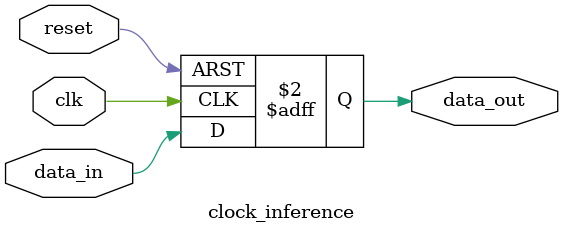
<source format=v>
module clock_inference(input clk, reset,
                       input data_in,
                       output reg data_out

                       );  

	always @(posedge clk, posedge reset)
		if (reset)
            data_out <= 0;
		else
		    data_out <= data_in;

endmodule // clock_inference
</source>
